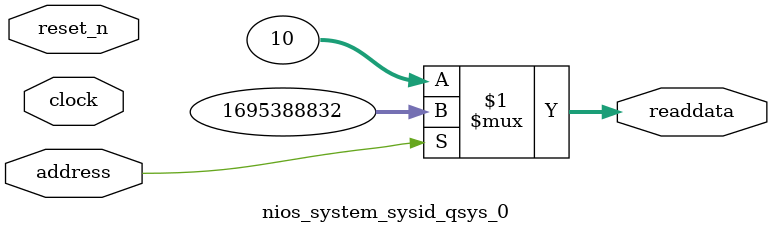
<source format=v>



// synthesis translate_off
`timescale 1ns / 1ps
// synthesis translate_on

// turn off superfluous verilog processor warnings 
// altera message_level Level1 
// altera message_off 10034 10035 10036 10037 10230 10240 10030 

module nios_system_sysid_qsys_0 (
               // inputs:
                address,
                clock,
                reset_n,

               // outputs:
                readdata
             )
;

  output  [ 31: 0] readdata;
  input            address;
  input            clock;
  input            reset_n;

  wire    [ 31: 0] readdata;
  //control_slave, which is an e_avalon_slave
  assign readdata = address ? 1695388832 : 10;

endmodule



</source>
